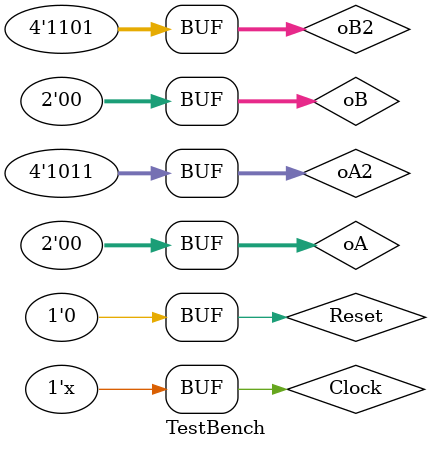
<source format=v>
`timescale 1ns / 1ps


module TestBench;

	// Inputs
	reg Clock;
	reg Reset;

	// Outputs
	wire [7:0] oLed;
	reg [1:0] oA; //Entrada A
	reg [1:0] oB; // Entrada B
	reg [3:0] oA2; //Entrada A
	reg [3:0] oB2; //Entrada B
	

	// Instantiate the Unit Under Test (UUT)
	MiniAlu uut (
		.Clock(Clock), 
		.Reset(Reset), 
		.oLed(oLed),
		.iA(oA),
		.iB(oB),
		.iA2(oA2),
		.iB2(oB2)
		
	);
	
	always
	begin
		#5  Clock =  ! Clock;

	end

	initial begin
		// Initialize Inputs
		#0
		Clock = 0;
		Reset = 0;
		oA = 2'b11;
		oB= 2'b01;
		oA2 = 4'b1000;
		oB2 = 4'b1000;
		
		#20
		oA = 2'b01;
		oB= 2'b10;
		oA2 = 4'b1111;
		oB2 = 4'b1111;
		
		
		#20
		oA = 2'b10;
		oB= 2'b10;
		oA2 = 4'b0000;
		oB2 = 4'b0000;
		
		#20
		oA = 2'b11;
		oB= 2'b11;
		oA2 = 4'b0111;
		oB2 = 4'b0101;
		
		#20

		oA2 = 4'b0111;
		oB2 = 4'b0111;
		
		#20

		oA2 = 4'b0101;
		oB2 = 4'b0101;
		
		#20

		oA2 = 4'b0011;
		oB2 = 4'b0111;
		
		#20
		oA = 2'b0;
		oB= 2'b0;
		oA2 = 4'b1011;
		oB2 = 4'b1101;
		
		

		// Wait 100 ns for global reset to finish
		#100
		Reset = 1;
		#50
		Reset = 0;
        
		// Add stimulus here

	end
      
endmodule


</source>
